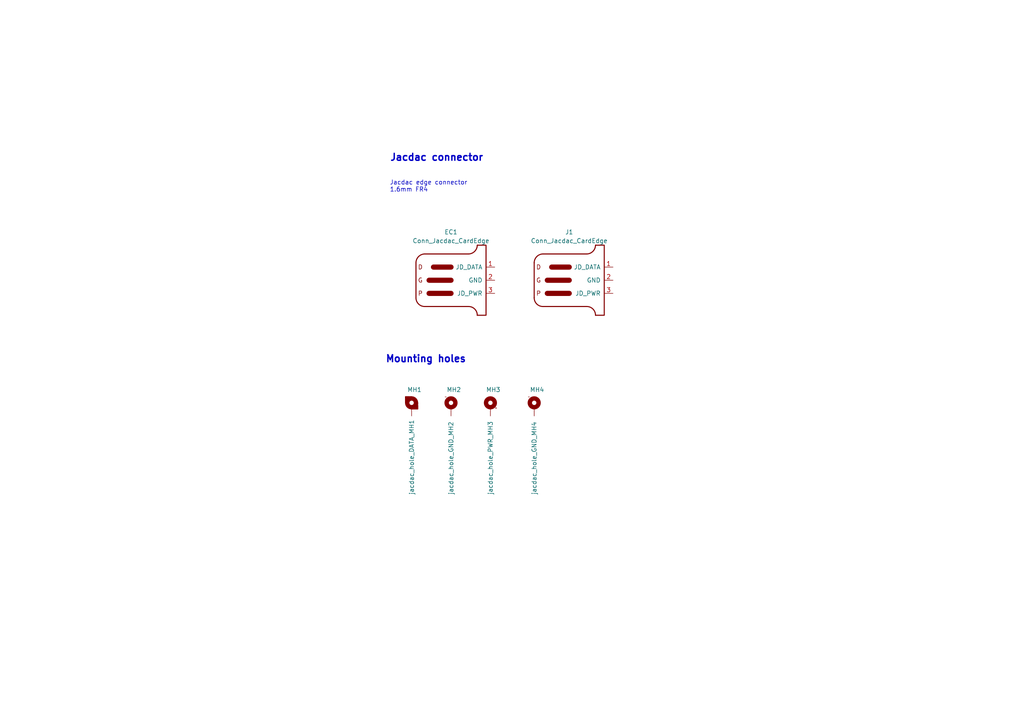
<source format=kicad_sch>
(kicad_sch (version 20211123) (generator eeschema)
  (paper "A4")
  (title_block (title "Jacdac EC30 20x20mm template") (date "2022-09-29") (rev "v0.1") (comment 1 "Conforms with: \"EC\" template: 20x20mm MH, 1 + 1 conns v1.0") (comment 2 "Licence: Attribution 4.0 International (CC BY 4.0)") (comment 3 "Matthew Oppenheim"))
  (lib_symbols
    (symbol "Jacdac:Conn_Jacdac_CardEdge" (pin_names (offset 1.016)) (in_bom no)
      (property "Reference" "EC" (at -8.89 10.16 0))
      (property "Value" "Conn_Jacdac_CardEdge" (at 10.16 -12.7 0))
      (symbol "Conn_Jacdac_CardEdge_0_0"
        (text "D" (at -10.16 3.81 0) (effects (font (size 1.27 1.27))))
        (text "G" (at -10.16 0 0) (effects (font (size 1.27 1.27))))
        (text "P" (at -10.16 -3.81 0) (effects (font (size 1.27 1.27))))
      )
      (symbol "Conn_Jacdac_CardEdge_0_1"
        (arc (start -11.43 -5.08) (mid -10.6877 -6.8849) (end -8.89 -7.62) (stroke (width 0.3048)))
        (arc (start -8.89 7.62) (mid -10.6697 6.8671) (end -11.43 5.08) (stroke (width 0.3048)))
        (rectangle (start -7.62 -3.81) (end -1.27 -3.81) (stroke (width 1.4986)))
        (rectangle (start -7.62 0) (end -1.27 0) (stroke (width 1.4986)))
        (rectangle (start -6.35 3.81) (end -1.27 3.81) (stroke (width 1.4986)))
        (polyline (pts (xy -11.43 5.08) (xy -11.43 -5.08)) (stroke (width 0.3048)))
        (polyline (pts (xy -8.89 -7.62) (xy 3.81 -7.62)) (stroke (width 0.3048)))
        (polyline (pts (xy -8.89 7.62) (xy 3.81 7.62)) (stroke (width 0.3048)))
        (polyline (pts (xy 6.35 10.16) (xy 8.89 10.16) (xy 8.89 -10.16) (xy 6.35 -10.16)) (stroke (width 0.3048)))
        (arc (start 3.81 7.62) (mid 5.5897 8.3729) (end 6.35 10.16) (stroke (width 0.3048)))
        (arc (start 6.35 -10.16) (mid 5.6077 -8.3551) (end 3.81 -7.62) (stroke (width 0.3048)))
      )
      (symbol "Conn_Jacdac_CardEdge_1_1"
        (pin bidirectional line (at 11.43 3.81 180) (length 2.54) (name "JD_DATA") (number "1"))
        (pin power_in line (at 11.43 0 180) (length 2.54) (name "GND") (number "2"))
        (pin power_out line (at 11.43 -3.81 180) (length 2.54) (name "JD_PWR") (number "3"))
      )
    )
    (symbol "Jacdac:jacdac_hole_DATA_MH1" (pin_numbers hide) (pin_names (offset 1.016) hide) (in_bom no)
      (property "Reference" "MH" (at 0 6.35 0))
      (property "Value" "jacdac_hole_DATA_MH1" (at 0 4.445 0))
      (symbol "jacdac_hole_DATA_MH1_0_1"
        (rectangle (start -1.778 3.0734) (end -0.6096 2.0574) (fill (type outline)))
        (polyline (pts (xy -1.8288 1.2954) (xy -1.8288 3.0988) (xy -0.0254 3.0988) (xy -1.7526 1.27)))
        (polyline (pts (xy -0.0254 -0.5588) (xy 1.8288 -0.5588) (xy 1.8288 1.27) (xy 0 -0.5334)))
        (circle (center 0 1.27) (radius 1.27) (stroke (width 1.27)))
        (rectangle (start 0.4572 0.508) (end 1.8288 -0.5334) (fill (type outline)))
      )
      (symbol "jacdac_hole_DATA_MH1_1_1"
        (pin input line (at 0 -2.54 90) (length 2.54) (name "MH1") (number "MH1"))
      )
    )
    (symbol "Jacdac:jacdac_hole_GND_MH2" (pin_numbers hide) (pin_names (offset 1.016) hide) (in_bom no)
      (property "Reference" "MH" (at 0 6.35 0))
      (property "Value" "jacdac_hole_GND_MH2" (at 0 4.445 0))
      (symbol "jacdac_hole_GND_MH2_0_0"
        (text "-" (at -1.5494 3.0226 0) (effects (font (size 0.5 0.5))))
      )
      (symbol "jacdac_hole_GND_MH2_0_1"
        (circle (center 0 1.27) (radius 1.27) (stroke (width 1.27)))
      )
      (symbol "jacdac_hole_GND_MH2_1_1"
        (pin input line (at 0 -2.54 90) (length 2.54) (name "MH2") (number "MH2"))
      )
    )
    (symbol "Jacdac:jacdac_hole_GND_MH4" (pin_numbers hide) (pin_names (offset 1.016) hide) (in_bom no)
      (property "Reference" "MH" (at 0 6.35 0))
      (property "Value" "jacdac_hole_GND_MH4" (at 0 4.445 0))
      (symbol "jacdac_hole_GND_MH4_0_0"
        (text "-" (at -1.5494 3.0226 0) (effects (font (size 0.5 0.5))))
      )
      (symbol "jacdac_hole_GND_MH4_0_1"
        (circle (center 0 1.27) (radius 1.27) (stroke (width 1.27)))
      )
      (symbol "jacdac_hole_GND_MH4_1_1"
        (pin input line (at 0 -2.54 90) (length 2.54) (name "MH4") (number "MH4"))
      )
    )
    (symbol "Jacdac:jacdac_hole_PWR_MH3" (pin_numbers hide) (pin_names (offset 1.016) hide) (in_bom no)
      (property "Reference" "MH" (at 0 6.35 0))
      (property "Value" "jacdac_hole_PWR_MH3" (at 0 4.445 0))
      (symbol "jacdac_hole_PWR_MH3_0_0"
        (text "+" (at 1.6256 -0.2032 0) (effects (font (size 0.5 0.5))))
      )
      (symbol "jacdac_hole_PWR_MH3_0_1"
        (circle (center 0 1.27) (radius 1.27) (stroke (width 1.27)))
      )
      (symbol "jacdac_hole_PWR_MH3_1_1"
        (pin input line (at 0 -2.54 90) (length 2.54) (name "MH3") (number "MH3"))
      )
    )
  )
  (text "Jacdac connector" (at 113.03 46.99 0) (effects (font (size 2.0066 2.0066) (thickness 0.4013) bold) (justify left bottom)))
  (text "Mounting holes" (at 111.76 105.41 0) (effects (font (size 2.0066 2.0066) (thickness 0.4013) bold) (justify left bottom)))
  (text "Jacdac edge connector\n1.6mm FR4" (at 113.03 55.88 0) (effects (font (size 1.27 1.27)) (justify left bottom)))
  (symbol (lib_id "Jacdac:Conn_Jacdac_CardEdge") (at 166.37 81.28 0) (unit 1) (in_bom no)
    (property "Reference" "J1" (at 165.0999 67.31 0))
    (property "Value" "Conn_Jacdac_CardEdge" (at 165.0999 69.85 0))
    (property "Footprint" "Jacdac:JD-PEC-02_Prerouted_recessed" (effects hide))
  )
  (symbol (lib_id "Jacdac:jacdac_hole_PWR_MH3") (at 142.24 118.11 0) (unit 1) (in_bom no)
    (property "Reference" "MH3" (at 140.97 113.03 0) (effects (justify left)))
    (property "Value" "jacdac_hole_PWR_MH3" (at 142.24 143.51 90) (effects (justify left)))
    (property "Footprint" "Jacdac:jacdac_hole_PWR_MH3" (effects hide))
  )
  (symbol (lib_id "Jacdac:Conn_Jacdac_CardEdge") (at 132.08 81.28 0) (unit 1) (in_bom no)
    (property "Reference" "EC1" (at 130.8099 67.31 0))
    (property "Value" "Conn_Jacdac_CardEdge" (at 130.8099 69.85 0))
    (property "Footprint" "Jacdac:JD-PEC-02_Prerouted_recessed" (effects hide))
  )
  (symbol (lib_id "Jacdac:jacdac_hole_DATA_MH1") (at 119.38 118.11 0) (unit 1) (in_bom no)
    (property "Reference" "MH1" (at 118.11 113.03 0) (effects (justify left)))
    (property "Value" "jacdac_hole_DATA_MH1" (at 119.38 143.51 90) (effects (justify left)))
    (property "Footprint" "Jacdac:jacdac_hole_DATA_notched_MH1" (effects hide))
  )
  (symbol (lib_id "Jacdac:jacdac_hole_GND_MH2") (at 130.81 118.11 0) (unit 1) (in_bom no)
    (property "Reference" "MH2" (at 129.54 113.03 0) (effects (justify left)))
    (property "Value" "jacdac_hole_GND_MH2" (at 130.81 143.51 90) (effects (justify left)))
    (property "Footprint" "Jacdac:jacdac_hole_GND_MH2" (effects hide))
  )
  (symbol (lib_id "Jacdac:jacdac_hole_GND_MH4") (at 154.94 118.11 0) (unit 1) (in_bom no)
    (property "Reference" "MH4" (at 153.67 113.03 0) (effects (justify left)))
    (property "Value" "jacdac_hole_GND_MH4" (at 154.94 143.51 90) (effects (justify left)))
    (property "Footprint" "Jacdac:jacdac_hole_GND_MH4" (effects hide))
  )
)
</source>
